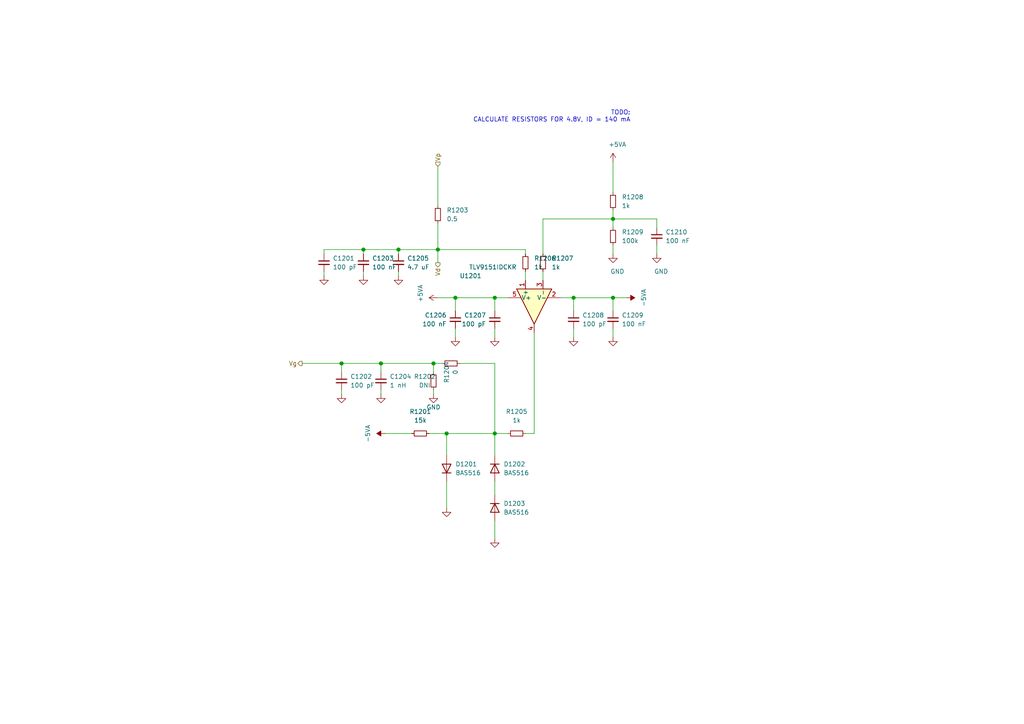
<source format=kicad_sch>
(kicad_sch (version 20210621) (generator eeschema)
  (paper "A4")
  (lib_symbols
    (symbol "Amplifier_Operational:TLV9001IDCK" (pin_names (offset 0.127))
      (property "Reference" "U" (at 7.62 2.54 0))
      (property "Value" "TLV9001IDCK" (at 11.43 -2.54 0))
      (symbol "TLV9001IDCK_0_1"
        (polyline (pts (xy -2.54 5.08) (xy -2.54 -5.08) (xy 7.62 0) (xy -2.54 5.08)) (stroke (width 0.254)) (fill (type background)))
      )
      (symbol "TLV9001IDCK_1_1"
        (pin input line (at -5.08 2.54 0) (length 2.54) (name "+") (number "1"))
        (pin power_in line (at 0 -7.62 90) (length 3.81) (name "V-") (number "2"))
        (pin input line (at -5.08 -2.54 0) (length 2.54) (name "-") (number "3"))
        (pin output line (at 10.16 0 180) (length 2.54) (name "~") (number "4"))
        (pin power_in line (at 0 7.62 270) (length 3.81) (name "V+") (number "5"))
      )
    )
    (symbol "Device:C_Small" (pin_numbers hide) (pin_names (offset 0.254) hide)
      (property "Reference" "C" (at 0.254 1.778 0))
      (property "Value" "C_Small" (at 0.254 -2.032 0))
      (symbol "C_Small_0_1"
        (polyline (pts (xy -1.524 -0.508) (xy 1.524 -0.508)) (stroke (width 0.3302)))
        (polyline (pts (xy -1.524 0.508) (xy 1.524 0.508)) (stroke (width 0.3048)))
      )
      (symbol "C_Small_1_1"
        (pin passive line (at 0 2.54 270) (length 2.032) (name "~") (number "1"))
        (pin passive line (at 0 -2.54 90) (length 2.032) (name "~") (number "2"))
      )
    )
    (symbol "Device:R_Small" (pin_numbers hide) (pin_names (offset 0.254) hide)
      (property "Reference" "R" (at 0.762 0.508 0))
      (property "Value" "R_Small" (at 0.762 -1.016 0))
      (symbol "R_Small_0_1"
        (rectangle (start -0.762 1.778) (end 0.762 -1.778) (stroke (width 0.2032)))
      )
      (symbol "R_Small_1_1"
        (pin passive line (at 0 2.54 270) (length 0.762) (name "~") (number "1"))
        (pin passive line (at 0 -2.54 90) (length 0.762) (name "~") (number "2"))
      )
    )
    (symbol "Diode:BAS516" (pin_numbers hide) (pin_names (offset 1.016) hide)
      (property "Reference" "D" (at 0 2.54 0))
      (property "Value" "BAS516" (at 0 -2.54 0))
      (symbol "BAS516_0_1"
        (polyline (pts (xy -1.27 1.27) (xy -1.27 -1.27)) (stroke (width 0.254)))
        (polyline (pts (xy 1.27 0) (xy -1.27 0)))
        (polyline (pts (xy 1.27 1.27) (xy 1.27 -1.27) (xy -1.27 0) (xy 1.27 1.27)) (stroke (width 0.254)))
      )
      (symbol "BAS516_1_1"
        (pin passive line (at -3.81 0 0) (length 2.54) (name "K") (number "1"))
        (pin passive line (at 3.81 0 180) (length 2.54) (name "A") (number "2"))
      )
    )
    (symbol "power:+5VA" (power) (pin_names (offset 0))
      (property "Value" "+5VA" (at 0 3.556 0))
      (symbol "+5VA_0_1"
        (polyline (pts (xy -0.762 1.27) (xy 0 2.54)))
        (polyline (pts (xy 0 0) (xy 0 2.54)))
        (polyline (pts (xy 0 2.54) (xy 0.762 1.27)))
      )
      (symbol "+5VA_1_1"
        (pin power_in line (at 0 0 90) (length 0) hide (name "+5VA") (number "1"))
      )
    )
    (symbol "power:-5VA" (power) (pin_names (offset 0))
      (property "Value" "-5VA" (at 0 3.81 0))
      (symbol "-5VA_0_0"
        (pin power_in line (at 0 0 90) (length 0) hide (name "-5VA") (number "1"))
      )
      (symbol "-5VA_0_1"
        (polyline (pts (xy 0 0) (xy 0 1.27) (xy 0.762 1.27) (xy 0 2.54) (xy -0.762 1.27) (xy 0 1.27)) (fill (type outline)))
      )
    )
    (symbol "power:GND" (power) (pin_names (offset 0))
      (property "Value" "GND" (at 0 -3.81 0))
      (symbol "GND_0_1"
        (polyline (pts (xy 0 0) (xy 0 -1.27) (xy 1.27 -1.27) (xy 0 -2.54) (xy -1.27 -1.27) (xy 0 -1.27)))
      )
      (symbol "GND_1_1"
        (pin power_in line (at 0 0 270) (length 0) hide (name "GND") (number "1"))
      )
    )
  )
  (junction (at 99.06 105.41) (diameter 1.016))
  (junction (at 105.41 72.39) (diameter 1.016))
  (junction (at 110.49 105.41) (diameter 1.016))
  (junction (at 115.57 72.39) (diameter 1.016))
  (junction (at 125.73 105.41) (diameter 1.016))
  (junction (at 127 72.39) (diameter 1.016))
  (junction (at 129.54 125.73) (diameter 1.016))
  (junction (at 132.08 86.36) (diameter 1.016))
  (junction (at 143.51 86.36) (diameter 1.016))
  (junction (at 143.51 125.73) (diameter 1.016))
  (junction (at 166.37 86.36) (diameter 1.016))
  (junction (at 177.8 63.5) (diameter 1.016))
  (junction (at 177.8 86.36) (diameter 1.016))
  (wire (pts (xy 87.63 105.41) (xy 99.06 105.41)))
  (wire (pts (xy 93.98 72.39) (xy 93.98 73.66)))
  (wire (pts (xy 93.98 72.39) (xy 105.41 72.39)))
  (wire (pts (xy 93.98 78.74) (xy 93.98 80.01)))
  (wire (pts (xy 99.06 105.41) (xy 99.06 107.95)))
  (wire (pts (xy 99.06 105.41) (xy 110.49 105.41)))
  (wire (pts (xy 99.06 113.03) (xy 99.06 114.3)))
  (wire (pts (xy 105.41 72.39) (xy 105.41 73.66)))
  (wire (pts (xy 105.41 72.39) (xy 115.57 72.39)))
  (wire (pts (xy 105.41 78.74) (xy 105.41 80.01)))
  (wire (pts (xy 110.49 105.41) (xy 110.49 107.95)))
  (wire (pts (xy 110.49 105.41) (xy 125.73 105.41)))
  (wire (pts (xy 110.49 113.03) (xy 110.49 114.3)))
  (wire (pts (xy 111.76 125.73) (xy 119.38 125.73)))
  (wire (pts (xy 115.57 72.39) (xy 115.57 73.66)))
  (wire (pts (xy 115.57 72.39) (xy 127 72.39)))
  (wire (pts (xy 115.57 78.74) (xy 115.57 80.01)))
  (wire (pts (xy 124.46 125.73) (xy 129.54 125.73)))
  (wire (pts (xy 125.73 105.41) (xy 125.73 107.95)))
  (wire (pts (xy 125.73 105.41) (xy 128.27 105.41)))
  (wire (pts (xy 125.73 113.03) (xy 125.73 114.3)))
  (wire (pts (xy 127 48.26) (xy 127 59.69)))
  (wire (pts (xy 127 64.77) (xy 127 72.39)))
  (wire (pts (xy 127 72.39) (xy 127 76.2)))
  (wire (pts (xy 127 72.39) (xy 152.4 72.39)))
  (wire (pts (xy 127 86.36) (xy 132.08 86.36)))
  (wire (pts (xy 129.54 125.73) (xy 129.54 132.08)))
  (wire (pts (xy 129.54 125.73) (xy 143.51 125.73)))
  (wire (pts (xy 129.54 139.7) (xy 129.54 147.32)))
  (wire (pts (xy 132.08 86.36) (xy 132.08 90.17)))
  (wire (pts (xy 132.08 86.36) (xy 143.51 86.36)))
  (wire (pts (xy 132.08 95.25) (xy 132.08 97.79)))
  (wire (pts (xy 133.35 105.41) (xy 143.51 105.41)))
  (wire (pts (xy 143.51 86.36) (xy 143.51 90.17)))
  (wire (pts (xy 143.51 86.36) (xy 147.32 86.36)))
  (wire (pts (xy 143.51 95.25) (xy 143.51 97.79)))
  (wire (pts (xy 143.51 105.41) (xy 143.51 125.73)))
  (wire (pts (xy 143.51 125.73) (xy 143.51 132.08)))
  (wire (pts (xy 143.51 125.73) (xy 147.32 125.73)))
  (wire (pts (xy 143.51 139.7) (xy 143.51 143.51)))
  (wire (pts (xy 143.51 151.13) (xy 143.51 156.21)))
  (wire (pts (xy 152.4 72.39) (xy 152.4 73.66)))
  (wire (pts (xy 152.4 78.74) (xy 152.4 81.28)))
  (wire (pts (xy 152.4 125.73) (xy 154.94 125.73)))
  (wire (pts (xy 154.94 96.52) (xy 154.94 125.73)))
  (wire (pts (xy 157.48 63.5) (xy 157.48 73.66)))
  (wire (pts (xy 157.48 63.5) (xy 177.8 63.5)))
  (wire (pts (xy 157.48 78.74) (xy 157.48 81.28)))
  (wire (pts (xy 162.56 86.36) (xy 166.37 86.36)))
  (wire (pts (xy 166.37 86.36) (xy 166.37 90.17)))
  (wire (pts (xy 166.37 86.36) (xy 177.8 86.36)))
  (wire (pts (xy 166.37 95.25) (xy 166.37 97.79)))
  (wire (pts (xy 177.8 46.99) (xy 177.8 55.88)))
  (wire (pts (xy 177.8 60.96) (xy 177.8 63.5)))
  (wire (pts (xy 177.8 63.5) (xy 177.8 66.04)))
  (wire (pts (xy 177.8 63.5) (xy 190.5 63.5)))
  (wire (pts (xy 177.8 71.12) (xy 177.8 73.66)))
  (wire (pts (xy 177.8 86.36) (xy 177.8 90.17)))
  (wire (pts (xy 177.8 95.25) (xy 177.8 97.79)))
  (wire (pts (xy 181.61 86.36) (xy 177.8 86.36)))
  (wire (pts (xy 190.5 63.5) (xy 190.5 66.04)))
  (wire (pts (xy 190.5 71.12) (xy 190.5 73.66)))
  (text "TODO:\nCALCULATE RESISTORS FOR 4.8V, ID = 140 mA" (at 182.88 35.56 180) (effects (font (size 1.27 1.27)) (justify right bottom)))
  (hierarchical_label "Vg" (shape output) (at 87.63 105.41 180))
  (hierarchical_label "Vp" (shape input) (at 127 48.26 90))
  (hierarchical_label "Vd" (shape output) (at 127 76.2 270))
  (symbol (lib_id "power:-5VA") (at 111.76 125.73 90) (unit 1)
    (property "Reference" "#PWR01205" (effects hide))
    (property "Value" "-5VA" (at 106.68 125.73 0))
  )
  (symbol (lib_id "power:+5VA") (at 127 86.36 90) (unit 1)
    (property "Reference" "#PWR01208" (effects hide))
    (property "Value" "+5VA" (at 121.92 85.09 0))
  )
  (symbol (lib_id "power:+5VA") (at 177.8 46.99 0) (unit 1)
    (property "Reference" "#PWR01214" (effects hide))
    (property "Value" "+5VA" (at 179.07 41.91 0))
  )
  (symbol (lib_id "power:-5VA") (at 181.61 86.36 270) (unit 1)
    (property "Reference" "#PWR01217" (effects hide))
    (property "Value" "-5VA" (at 186.69 86.36 0))
  )
  (symbol (lib_id "power:GND") (at 93.98 80.01 0) (unit 1)
    (property "Reference" "#PWR01201" (effects hide))
    (property "Value" "GND" (effects hide))
  )
  (symbol (lib_id "power:GND") (at 99.06 114.3 0) (unit 1)
    (property "Reference" "#PWR01202" (effects hide))
    (property "Value" "GND" (effects hide))
  )
  (symbol (lib_id "power:GND") (at 105.41 80.01 0) (unit 1)
    (property "Reference" "#PWR01203" (effects hide))
    (property "Value" "GND" (effects hide))
  )
  (symbol (lib_id "power:GND") (at 110.49 114.3 0) (unit 1)
    (property "Reference" "#PWR01204" (effects hide))
    (property "Value" "GND" (effects hide))
  )
  (symbol (lib_id "power:GND") (at 115.57 80.01 0) (unit 1)
    (property "Reference" "#PWR01206" (effects hide))
    (property "Value" "GND" (effects hide))
  )
  (symbol (lib_id "power:GND") (at 125.73 114.3 0) (unit 1)
    (property "Reference" "#PWR01207" (effects hide))
    (property "Value" "GND" (at 125.73 118.11 0))
  )
  (symbol (lib_id "power:GND") (at 129.54 147.32 0) (mirror y) (unit 1)
    (property "Reference" "#PWR01209" (effects hide))
    (property "Value" "GND" (effects hide))
  )
  (symbol (lib_id "power:GND") (at 132.08 97.79 0) (mirror y) (unit 1)
    (property "Reference" "#PWR01210" (effects hide))
    (property "Value" "GND" (effects hide))
  )
  (symbol (lib_id "power:GND") (at 143.51 97.79 0) (mirror y) (unit 1)
    (property "Reference" "#PWR01211" (effects hide))
    (property "Value" "GND" (effects hide))
  )
  (symbol (lib_id "power:GND") (at 143.51 156.21 0) (mirror y) (unit 1)
    (property "Reference" "#PWR01212" (effects hide))
    (property "Value" "GND" (effects hide))
  )
  (symbol (lib_id "power:GND") (at 166.37 97.79 0) (unit 1)
    (property "Reference" "#PWR01213" (effects hide))
    (property "Value" "GND" (effects hide))
  )
  (symbol (lib_id "power:GND") (at 177.8 73.66 0) (unit 1)
    (property "Reference" "#PWR01215" (effects hide))
    (property "Value" "GND" (at 179.07 78.74 0))
  )
  (symbol (lib_id "power:GND") (at 177.8 97.79 0) (unit 1)
    (property "Reference" "#PWR01216" (effects hide))
    (property "Value" "GND" (effects hide))
  )
  (symbol (lib_id "power:GND") (at 190.5 73.66 0) (unit 1)
    (property "Reference" "#PWR01218" (effects hide))
    (property "Value" "GND" (at 191.77 78.74 0))
  )
  (symbol (lib_id "Device:R_Small") (at 121.92 125.73 90) (unit 1)
    (property "Reference" "R1201" (at 121.92 119.38 90))
    (property "Value" "15k" (at 121.92 121.92 90))
    (property "Footprint" "Resistor_SMD:R_0402_1005Metric" (effects hide))
  )
  (symbol (lib_id "Device:R_Small") (at 125.73 110.49 180) (unit 1)
    (property "Reference" "R1202" (at 123.19 109.22 0))
    (property "Value" "DNI" (at 123.19 111.76 0))
    (property "Footprint" "Resistor_SMD:R_0402_1005Metric" (effects hide))
  )
  (symbol (lib_id "Device:R_Small") (at 127 62.23 0) (unit 1)
    (property "Reference" "R1203" (at 129.54 60.96 0) (effects (justify left)))
    (property "Value" "0.5" (at 129.54 63.5 0) (effects (justify left)))
    (property "Footprint" "Resistor_SMD:R_0603_1608Metric" (effects hide))
  )
  (symbol (lib_id "Device:R_Small") (at 130.81 105.41 270) (unit 1)
    (property "Reference" "R1204" (at 129.54 107.95 0))
    (property "Value" "0" (at 132.08 107.95 0))
    (property "Footprint" "Resistor_SMD:R_0402_1005Metric" (effects hide))
  )
  (symbol (lib_id "Device:R_Small") (at 149.86 125.73 90) (unit 1)
    (property "Reference" "R1205" (at 149.86 119.38 90))
    (property "Value" "1k" (at 149.86 121.92 90))
    (property "Footprint" "Resistor_SMD:R_0402_1005Metric" (effects hide))
  )
  (symbol (lib_id "Device:R_Small") (at 152.4 76.2 0) (unit 1)
    (property "Reference" "R1206" (at 154.94 74.93 0) (effects (justify left)))
    (property "Value" "1k" (at 154.94 77.47 0) (effects (justify left)))
    (property "Footprint" "Resistor_SMD:R_0402_1005Metric" (effects hide))
  )
  (symbol (lib_id "Device:R_Small") (at 157.48 76.2 0) (unit 1)
    (property "Reference" "R1207" (at 160.02 74.93 0) (effects (justify left)))
    (property "Value" "1k" (at 160.02 77.47 0) (effects (justify left)))
    (property "Footprint" "Resistor_SMD:R_0402_1005Metric" (effects hide))
  )
  (symbol (lib_id "Device:R_Small") (at 177.8 58.42 0) (unit 1)
    (property "Reference" "R1208" (at 180.34 57.15 0) (effects (justify left)))
    (property "Value" "1k" (at 180.34 59.69 0) (effects (justify left)))
    (property "Footprint" "Resistor_SMD:R_0402_1005Metric" (effects hide))
  )
  (symbol (lib_id "Device:R_Small") (at 177.8 68.58 0) (unit 1)
    (property "Reference" "R1209" (at 180.34 67.31 0) (effects (justify left)))
    (property "Value" "100k" (at 180.34 69.85 0) (effects (justify left)))
    (property "Footprint" "Resistor_SMD:R_0402_1005Metric" (effects hide))
  )
  (symbol (lib_id "Device:C_Small") (at 93.98 76.2 0) (unit 1)
    (property "Reference" "C1201" (at 96.52 74.93 0) (effects (justify left)))
    (property "Value" "100 pF" (at 96.52 77.47 0) (effects (justify left)))
    (property "Footprint" "Capacitor_SMD:C_0402_1005Metric" (effects hide))
  )
  (symbol (lib_id "Device:C_Small") (at 99.06 110.49 0) (unit 1)
    (property "Reference" "C1202" (at 101.6 109.22 0) (effects (justify left)))
    (property "Value" "100 pF" (at 101.6 111.76 0) (effects (justify left)))
    (property "Footprint" "Capacitor_SMD:C_0402_1005Metric" (effects hide))
  )
  (symbol (lib_id "Device:C_Small") (at 105.41 76.2 0) (unit 1)
    (property "Reference" "C1203" (at 107.95 74.93 0) (effects (justify left)))
    (property "Value" "100 nF" (at 107.95 77.47 0) (effects (justify left)))
    (property "Footprint" "Capacitor_SMD:C_0402_1005Metric" (effects hide))
  )
  (symbol (lib_id "Device:C_Small") (at 110.49 110.49 0) (unit 1)
    (property "Reference" "C1204" (at 113.03 109.22 0) (effects (justify left)))
    (property "Value" "1 nH" (at 113.03 111.76 0) (effects (justify left)))
    (property "Footprint" "Capacitor_SMD:C_0402_1005Metric" (effects hide))
  )
  (symbol (lib_id "Device:C_Small") (at 115.57 76.2 0) (unit 1)
    (property "Reference" "C1205" (at 118.11 74.93 0) (effects (justify left)))
    (property "Value" "4.7 uF" (at 118.11 77.47 0) (effects (justify left)))
    (property "Footprint" "Capacitor_SMD:C_0603_1608Metric" (effects hide))
  )
  (symbol (lib_id "Device:C_Small") (at 132.08 92.71 0) (mirror y) (unit 1)
    (property "Reference" "C1206" (at 129.54 91.44 0) (effects (justify left)))
    (property "Value" "100 nF" (at 129.54 93.98 0) (effects (justify left)))
    (property "Footprint" "Capacitor_SMD:C_0402_1005Metric" (effects hide))
  )
  (symbol (lib_id "Device:C_Small") (at 143.51 92.71 0) (mirror y) (unit 1)
    (property "Reference" "C1207" (at 140.97 91.44 0) (effects (justify left)))
    (property "Value" "100 pF" (at 140.97 93.98 0) (effects (justify left)))
    (property "Footprint" "Capacitor_SMD:C_0402_1005Metric" (effects hide))
  )
  (symbol (lib_id "Device:C_Small") (at 166.37 92.71 0) (unit 1)
    (property "Reference" "C1208" (at 168.91 91.44 0) (effects (justify left)))
    (property "Value" "100 pF" (at 168.91 93.98 0) (effects (justify left)))
    (property "Footprint" "Capacitor_SMD:C_0402_1005Metric" (effects hide))
  )
  (symbol (lib_id "Device:C_Small") (at 177.8 92.71 0) (unit 1)
    (property "Reference" "C1209" (at 180.34 91.44 0) (effects (justify left)))
    (property "Value" "100 nF" (at 180.34 93.98 0) (effects (justify left)))
    (property "Footprint" "Capacitor_SMD:C_0402_1005Metric" (effects hide))
  )
  (symbol (lib_id "Device:C_Small") (at 190.5 68.58 0) (unit 1)
    (property "Reference" "C1210" (at 193.04 67.31 0) (effects (justify left)))
    (property "Value" "100 nF" (at 193.04 69.85 0) (effects (justify left)))
    (property "Footprint" "Capacitor_SMD:C_0402_1005Metric" (effects hide))
  )
  (symbol (lib_id "Diode:BAS516") (at 129.54 135.89 90) (unit 1)
    (property "Reference" "D1201" (at 132.08 134.62 90) (effects (justify right)))
    (property "Value" "BAS516" (at 132.08 137.16 90) (effects (justify right)))
    (property "Footprint" "Diode_SMD:D_SOD-523" (effects hide))
    (property "Datasheet" "https://assets.nexperia.com/documents/data-sheet/BAS16_SER.pdf" (effects hide))
  )
  (symbol (lib_id "Diode:BAS516") (at 143.51 135.89 270) (unit 1)
    (property "Reference" "D1202" (at 146.05 134.62 90) (effects (justify left)))
    (property "Value" "BAS516" (at 146.05 137.16 90) (effects (justify left)))
    (property "Footprint" "Diode_SMD:D_SOD-523" (effects hide))
    (property "Datasheet" "https://assets.nexperia.com/documents/data-sheet/BAS16_SER.pdf" (effects hide))
  )
  (symbol (lib_id "Diode:BAS516") (at 143.51 147.32 270) (unit 1)
    (property "Reference" "D1203" (at 146.05 146.05 90) (effects (justify left)))
    (property "Value" "BAS516" (at 146.05 148.59 90) (effects (justify left)))
    (property "Footprint" "Diode_SMD:D_SOD-523" (effects hide))
    (property "Datasheet" "https://assets.nexperia.com/documents/data-sheet/BAS16_SER.pdf" (effects hide))
  )
  (symbol (lib_id "Amplifier_Operational:TLV9001IDCK") (at 154.94 86.36 90) (mirror x) (unit 1)
    (property "Reference" "U1201" (at 139.7 80.01 90) (effects (justify left)))
    (property "Value" "TLV9151IDCKR" (at 149.86 77.47 90) (effects (justify left)))
    (property "Footprint" "Package_TO_SOT_SMD:SOT-353_SC-70-5" (effects hide))
    (property "Datasheet" "https://www.ti.com/lit/ds/symlink/tlv9001.pdf" (effects hide))
  )
)
</source>
